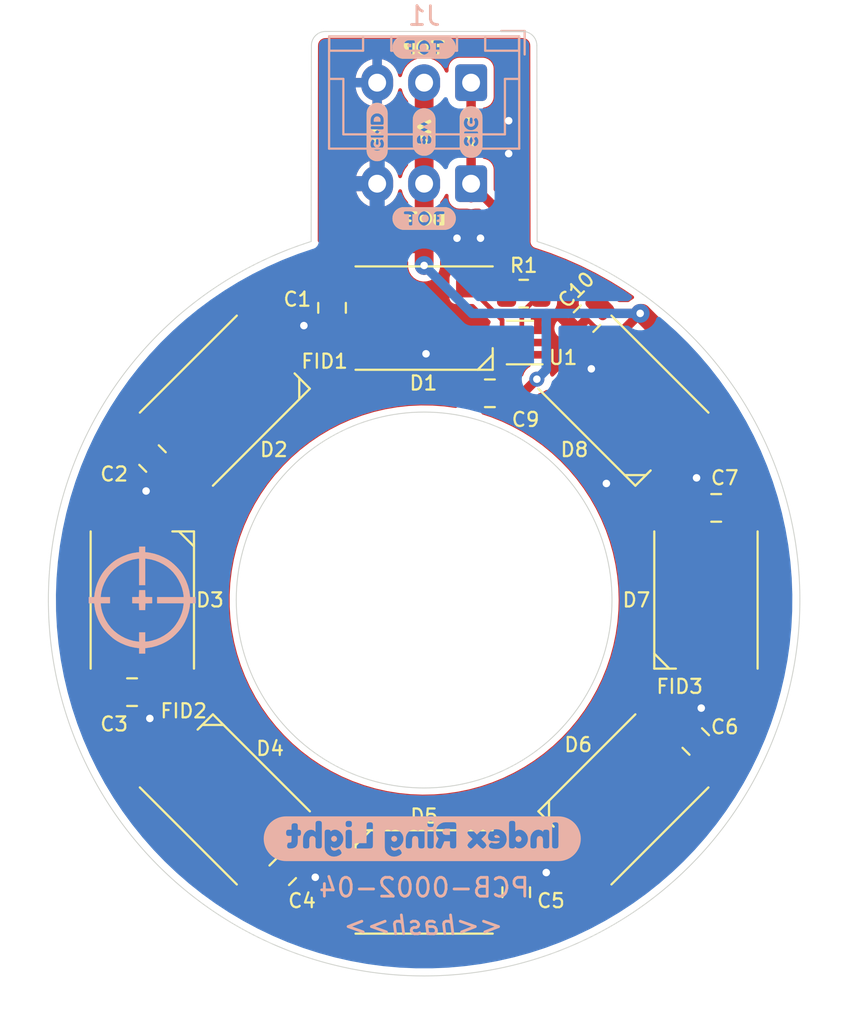
<source format=kicad_pcb>
(kicad_pcb (version 20211014) (generator pcbnew)
  (title_block (title "Index - Ring Light") (date "2021-09-14") (rev "04"))
  (layers (0 "F.Cu" signal) (31 "B.Cu" signal) (34 "B.Paste" user) (35 "F.Paste" user) (36 "B.SilkS" user "B.Silkscreen") (37 "F.SilkS" user "F.Silkscreen") (38 "B.Mask" user) (39 "F.Mask" user) (44 "Edge.Cuts" user))
  (net 0 "")
  (net 1 "Net-(D1-Pad2)")
  (net 2 "Net-(D2-Pad2)")
  (net 3 "Net-(D3-Pad2)")
  (net 4 "Net-(D4-Pad2)")
  (net 5 "Net-(D5-Pad2)")
  (net 6 "Net-(D6-Pad2)")
  (net 7 "Net-(D7-Pad2)")
  (net 9 "GND")
  (net 10 "+5V")
  (net 11 "Data_In_5V")
  (net 12 "Data_In_3V3")
  (net 13 "Net-(R1-Pad1)")
  (footprint "LED_SMD:LED_WS2812B_PLCC4_5.0x5.0mm_P3.2mm" (layer "F.Cu") (at 150 85)
    (fp_text reference "D1" (at -0.04 3.46) (layer "F.SilkS") (effects (font (size 0.75 0.75) (thickness 0.12))))
    (fp_text value "WS2812B")
    (pad "1" smd rect locked (at -2.45 -1.6) (size 1.5 1) (layers "F.Cu" "F.Paste" "F.Mask") (net 10 "+5V"))
    (pad "2" smd rect locked (at -2.45 1.6) (size 1.5 1) (layers "F.Cu" "F.Paste" "F.Mask") (net 1 "Net-(D1-Pad2)"))
    (pad "3" smd rect locked (at 2.45 1.6) (size 1.5 1) (layers "F.Cu" "F.Paste" "F.Mask") (net 9 "GND"))
    (pad "4" smd rect locked (at 2.45 -1.6) (size 1.5 1) (layers "F.Cu" "F.Paste" "F.Mask") (net 11 "Data_In_5V"))
  )
  (footprint "LED_SMD:LED_WS2812B_PLCC4_5.0x5.0mm_P3.2mm" (layer "F.Cu") (at 139.393399 89.393399 45)
    (fp_text reference "D2" (at 0 3.68629) (layer "F.SilkS") (effects (font (size 0.75 0.75) (thickness 0.12))))
    (fp_text value "WS2812B")
    (pad "1" smd rect locked (at -2.45 -1.6 45) (size 1.5 1) (layers "F.Cu" "F.Paste" "F.Mask") (net 10 "+5V"))
    (pad "2" smd rect locked (at -2.45 1.6 45) (size 1.5 1) (layers "F.Cu" "F.Paste" "F.Mask") (net 2 "Net-(D2-Pad2)"))
    (pad "3" smd rect locked (at 2.45 1.6 45) (size 1.5 1) (layers "F.Cu" "F.Paste" "F.Mask") (net 9 "GND"))
    (pad "4" smd rect locked (at 2.45 -1.6 45) (size 1.5 1) (layers "F.Cu" "F.Paste" "F.Mask") (net 1 "Net-(D1-Pad2)"))
  )
  (footprint "LED_SMD:LED_WS2812B_PLCC4_5.0x5.0mm_P3.2mm" (layer "F.Cu") (at 135 100 90)
    (fp_text reference "D3" (at 0 3.6) (layer "F.SilkS") (effects (font (size 0.75 0.75) (thickness 0.12))))
    (fp_text value "WS2812B")
    (pad "1" smd rect locked (at -2.45 -1.6 90) (size 1.5 1) (layers "F.Cu" "F.Paste" "F.Mask") (net 10 "+5V"))
    (pad "2" smd rect locked (at -2.45 1.6 90) (size 1.5 1) (layers "F.Cu" "F.Paste" "F.Mask") (net 3 "Net-(D3-Pad2)"))
    (pad "3" smd rect locked (at 2.45 1.6 90) (size 1.5 1) (layers "F.Cu" "F.Paste" "F.Mask") (net 9 "GND"))
    (pad "4" smd rect locked (at 2.45 -1.6 90) (size 1.5 1) (layers "F.Cu" "F.Paste" "F.Mask") (net 2 "Net-(D2-Pad2)"))
  )
  (footprint "LED_SMD:LED_WS2812B_PLCC4_5.0x5.0mm_P3.2mm" (layer "F.Cu") (at 139.393399 110.606601 135)
    (fp_text reference "D4" (at 0.212132 3.61558) (layer "F.SilkS") (effects (font (size 0.75 0.75) (thickness 0.12))))
    (fp_text value "WS2812B")
    (pad "1" smd rect locked (at -2.45 -1.6 135) (size 1.5 1) (layers "F.Cu" "F.Paste" "F.Mask") (net 10 "+5V"))
    (pad "2" smd rect locked (at -2.45 1.6 135) (size 1.5 1) (layers "F.Cu" "F.Paste" "F.Mask") (net 4 "Net-(D4-Pad2)"))
    (pad "3" smd rect locked (at 2.45 1.6 135) (size 1.5 1) (layers "F.Cu" "F.Paste" "F.Mask") (net 9 "GND"))
    (pad "4" smd rect locked (at 2.45 -1.6 135) (size 1.5 1) (layers "F.Cu" "F.Paste" "F.Mask") (net 3 "Net-(D3-Pad2)"))
  )
  (footprint "LED_SMD:LED_WS2812B_PLCC4_5.0x5.0mm_P3.2mm" (layer "F.Cu") (at 150 115 180)
    (fp_text reference "D5" (at 0 3.5 180) (layer "F.SilkS") (effects (font (size 0.75 0.75) (thickness 0.12))))
    (fp_text value "WS2812B")
    (pad "1" smd rect locked (at -2.45 -1.6 180) (size 1.5 1) (layers "F.Cu" "F.Paste" "F.Mask") (net 10 "+5V"))
    (pad "2" smd rect locked (at -2.45 1.6 180) (size 1.5 1) (layers "F.Cu" "F.Paste" "F.Mask") (net 5 "Net-(D5-Pad2)"))
    (pad "3" smd rect locked (at 2.45 1.6 180) (size 1.5 1) (layers "F.Cu" "F.Paste" "F.Mask") (net 9 "GND"))
    (pad "4" smd rect locked (at 2.45 -1.6 180) (size 1.5 1) (layers "F.Cu" "F.Paste" "F.Mask") (net 4 "Net-(D4-Pad2)"))
  )
  (footprint "LED_SMD:LED_WS2812B_PLCC4_5.0x5.0mm_P3.2mm" (layer "F.Cu") (at 160.606601 110.606601 -135)
    (fp_text reference "D6" (at -0.353553 3.757001) (layer "F.SilkS") (effects (font (size 0.75 0.75) (thickness 0.12))))
    (fp_text value "WS2812B")
    (pad "1" smd rect locked (at -2.45 -1.6 225) (size 1.5 1) (layers "F.Cu" "F.Paste" "F.Mask") (net 10 "+5V"))
    (pad "2" smd rect locked (at -2.45 1.6 225) (size 1.5 1) (layers "F.Cu" "F.Paste" "F.Mask") (net 6 "Net-(D6-Pad2)"))
    (pad "3" smd rect locked (at 2.45 1.6 225) (size 1.5 1) (layers "F.Cu" "F.Paste" "F.Mask") (net 9 "GND"))
    (pad "4" smd rect locked (at 2.45 -1.6 225) (size 1.5 1) (layers "F.Cu" "F.Paste" "F.Mask") (net 5 "Net-(D5-Pad2)"))
  )
  (footprint "LED_SMD:LED_WS2812B_PLCC4_5.0x5.0mm_P3.2mm" (layer "F.Cu") (at 165 100 -90)
    (fp_text reference "D7" (at 0 3.7 180) (layer "F.SilkS") (effects (font (size 0.75 0.75) (thickness 0.12))))
    (fp_text value "WS2812B")
    (pad "1" smd rect locked (at -2.45 -1.6 270) (size 1.5 1) (layers "F.Cu" "F.Paste" "F.Mask") (net 10 "+5V"))
    (pad "2" smd rect locked (at -2.45 1.6 270) (size 1.5 1) (layers "F.Cu" "F.Paste" "F.Mask") (net 7 "Net-(D7-Pad2)"))
    (pad "3" smd rect locked (at 2.45 1.6 270) (size 1.5 1) (layers "F.Cu" "F.Paste" "F.Mask") (net 9 "GND"))
    (pad "4" smd rect locked (at 2.45 -1.6 270) (size 1.5 1) (layers "F.Cu" "F.Paste" "F.Mask") (net 6 "Net-(D6-Pad2)"))
  )
  (footprint "LED_SMD:LED_WS2812B_PLCC4_5.0x5.0mm_P3.2mm" (layer "F.Cu") (at 160.606601 89.393399 -45)
    (fp_text reference "D8" (at 0 3.68629) (layer "F.SilkS") (effects (font (size 0.75 0.75) (thickness 0.12))))
    (fp_text value "WS2812B")
    (pad "1" smd rect locked (at -2.45 -1.6 315) (size 1.5 1) (layers "F.Cu" "F.Paste" "F.Mask") (net 10 "+5V"))
    (pad "2" smd rect locked (at -2.45 1.6 315) (size 1.5 1) (layers "F.Cu" "F.Paste" "F.Mask"))
    (pad "3" smd rect locked (at 2.45 1.6 315) (size 1.5 1) (layers "F.Cu" "F.Paste" "F.Mask") (net 9 "GND"))
    (pad "4" smd rect locked (at 2.45 -1.6 315) (size 1.5 1) (layers "F.Cu" "F.Paste" "F.Mask") (net 7 "Net-(D7-Pad2)"))
  )
  (footprint "Fiducial:Fiducial_1mm_Mask2mm" (layer "F.Cu") (at 145.75 89)
    (fp_text reference "FID1" (at -1.05 -1.7) (layer "F.SilkS") (effects (font (size 0.75 0.75) (thickness 0.12))))
    (fp_text value "Fiducial")
    (pad "" smd circle locked (at 0 0) (size 1 1) (layers "F.Cu" "F.Mask") (clearance 0.5))
  )
  (footprint "Fiducial:Fiducial_1mm_Mask2mm" (layer "F.Cu") (at 139.25 104.75)
    (fp_text reference "FID2" (at -2.05 1.15 180) (layer "F.SilkS") (effects (font (size 0.75 0.75) (thickness 0.12))))
    (fp_text value "Fiducial")
    (pad "" smd circle locked (at 0 0) (size 1 1) (layers "F.Cu" "F.Mask") (clearance 0.5))
  )
  (footprint "Fiducial:Fiducial_1mm_Mask2mm" (layer "F.Cu") (at 161 104.6)
    (fp_text reference "FID3" (at 2.6 0) (layer "F.SilkS") (effects (font (size 0.75 0.75) (thickness 0.12))))
    (fp_text value "Fiducial")
    (pad "" smd circle locked (at 0 0) (size 1 1) (layers "F.Cu" "F.Mask") (clearance 0.5))
  )
  (footprint "Capacitor_SMD:C_0805_2012Metric" (layer "F.Cu") (at 145.098496 84.454414 -90)
    (fp_text reference "C1" (at -0.454414 1.848496 180) (layer "F.SilkS") (effects (font (size 0.75 0.75) (thickness 0.12))))
    (fp_text value "100nF")
    (pad "1" smd roundrect locked (at -0.95 0 270) (size 1 1.45) (layers "F.Cu" "F.Paste" "F.Mask") (net 10 "+5V"))
    (pad "2" smd roundrect locked (at 0.95 0 270) (size 1 1.45) (layers "F.Cu" "F.Paste" "F.Mask") (net 9 "GND"))
  )
  (footprint "Capacitor_SMD:C_0805_2012Metric" (layer "F.Cu") (at 134.454414 104.901504)
    (fp_text reference "C3" (at -0.954414 1.698496) (layer "F.SilkS") (effects (font (size 0.75 0.75) (thickness 0.12))))
    (fp_text value "100nF")
    (pad "1" smd roundrect locked (at -0.95 0) (size 1 1.45) (layers "F.Cu" "F.Paste" "F.Mask") (net 10 "+5V"))
    (pad "2" smd roundrect locked (at 0.95 0) (size 1 1.45) (layers "F.Cu" "F.Paste" "F.Mask") (net 9 "GND"))
  )
  (footprint "Capacitor_SMD:C_0805_2012Metric" (layer "F.Cu") (at 154.901504 115.545586 90)
    (fp_text reference "C5" (at -0.454414 1.848496 180) (layer "F.SilkS") (effects (font (size 0.75 0.75) (thickness 0.12))))
    (fp_text value "100nF")
    (pad "1" smd roundrect locked (at -0.95 0 90) (size 1 1.45) (layers "F.Cu" "F.Paste" "F.Mask") (net 10 "+5V"))
    (pad "2" smd roundrect locked (at 0.95 0 90) (size 1 1.45) (layers "F.Cu" "F.Paste" "F.Mask") (net 9 "GND"))
  )
  (footprint "Capacitor_SMD:C_0805_2012Metric" (layer "F.Cu") (at 165.545586 95.098496 180)
    (fp_text reference "C7" (at -0.454414 1.598496 180) (layer "F.SilkS") (effects (font (size 0.75 0.75) (thickness 0.12))))
    (fp_text value "100nF")
    (pad "1" smd roundrect locked (at -0.95 0 180) (size 1 1.45) (layers "F.Cu" "F.Paste" "F.Mask") (net 10 "+5V"))
    (pad "2" smd roundrect locked (at 0.95 0 180) (size 1 1.45) (layers "F.Cu" "F.Paste" "F.Mask") (net 9 "GND"))
  )
  (footprint "Capacitor_SMD:C_0805_2012Metric" (layer "F.Cu") (at 164.458276 107.526502 135)
    (fp_text reference "C6" (at -0.541094 1.639233 180) (layer "F.SilkS") (effects (font (size 0.75 0.75) (thickness 0.12))))
    (fp_text value "100nF")
    (pad "1" smd roundrect locked (at -0.95 0 135) (size 1 1.45) (layers "F.Cu" "F.Paste" "F.Mask") (net 10 "+5V"))
    (pad "2" smd roundrect locked (at 0.949999 0 135) (size 1 1.45) (layers "F.Cu" "F.Paste" "F.Mask") (net 9 "GND"))
  )
  (footprint "Capacitor_SMD:C_0805_2012Metric" (layer "F.Cu") (at 135.541724 92.473498 -45)
    (fp_text reference "C2" (at -0.859292 2.028142) (layer "F.SilkS") (effects (font (size 0.75 0.75) (thickness 0.12))))
    (fp_text value "100nF")
    (pad "1" smd roundrect locked (at -0.95 0 315) (size 1 1.45) (layers "F.Cu" "F.Paste" "F.Mask") (net 10 "+5V"))
    (pad "2" smd roundrect locked (at 0.949999 0 315) (size 1 1.45) (layers "F.Cu" "F.Paste" "F.Mask") (net 9 "GND"))
  )
  (footprint "Capacitor_SMD:C_0805_2012Metric" (layer "F.Cu") (at 142.473498 114.458276 45)
    (fp_text reference "C4" (at -0.364317 1.81601 180) (layer "F.SilkS") (effects (font (size 0.75 0.75) (thickness 0.12))))
    (fp_text value "100nF")
    (pad "1" smd roundrect locked (at -0.95 0 45) (size 1 1.45) (layers "F.Cu" "F.Paste" "F.Mask") (net 10 "+5V"))
    (pad "2" smd roundrect locked (at 0.949999 0 45) (size 1 1.45) (layers "F.Cu" "F.Paste" "F.Mask") (net 9 "GND"))
  )
  (footprint "Connector_JST:JST_XH_S3B-XH-A-1_1x03_P2.50mm_Horizontal" (layer "F.Cu") (at 152.5 77.85 180)
    (fp_text reference "J2" hide)
    (fp_text value "Connector Horizontal")
    (pad "1" thru_hole roundrect locked (at 0 0 180) (size 1.7 1.95) (drill 0.95) (layers *.Cu *.Mask) (roundrect_rratio 0.1470588235) (net 12 "Data_In_3V3"))
    (pad "2" thru_hole oval locked (at 2.5 0 180) (size 1.7 1.95) (drill 0.95) (layers *.Cu *.Mask) (net 10 "+5V"))
    (pad "3" thru_hole oval locked (at 5 0 180) (size 1.7 1.95) (drill 0.95) (layers *.Cu *.Mask) (net 9 "GND"))
  )
  (footprint "Resistor_SMD:R_0805_2012Metric" (layer "F.Cu") (at 155.3 83.7 180)
    (fp_text reference "R1" (at 0 1.5) (layer "F.SilkS") (effects (font (size 0.75 0.75) (thickness 0.12))))
    (fp_text value "330R")
    (pad "1" smd roundrect locked (at -0.9125 0 180) (size 1.025 1.4) (layers "F.Cu" "F.Paste" "F.Mask") (roundrect_rratio 0.2439014634) (net 13 "Net-(R1-Pad1)"))
    (pad "2" smd roundrect locked (at 0.9125 0 180) (size 1.025 1.4) (layers "F.Cu" "F.Paste" "F.Mask") (roundrect_rratio 0.2439014634) (net 12 "Data_In_3V3"))
  )
  (footprint "Package_TO_SOT_SMD:SOT-353_SC-70-5" (layer "F.Cu") (at 155.1 86.3 180)
    (fp_text reference "U1" (at -2.3 -0.8) (layer "F.SilkS") (effects (font (size 0.75 0.75) (thickness 0.12))))
    (fp_text value "74AHCT1G32")
    (pad "1" smd rect (at -0.95 -0.65 180) (size 0.65 0.4) (layers "F.Cu" "F.Paste" "F.Mask") (net 9 "GND"))
    (pad "2" smd rect (at -0.95 0 180) (size 0.65 0.4) (layers "F.Cu" "F.Paste" "F.Mask") (net 13 "Net-(R1-Pad1)"))
    (pad "3" smd rect (at -0.95 0.65 180) (size 0.65 0.4) (layers "F.Cu" "F.Paste" "F.Mask") (net 9 "GND"))
    (pad "4" smd rect (at 0.95 0.65 180) (size 0.65 0.4) (layers "F.Cu" "F.Paste" "F.Mask") (net 11 "Data_In_5V"))
    (pad "5" smd rect (at 0.95 -0.65 180) (size 0.65 0.4) (layers "F.Cu" "F.Paste" "F.Mask") (net 10 "+5V"))
  )
  (footprint "Capacitor_SMD:C_0805_2012Metric" (layer "F.Cu") (at 158.671751 85.028249 -135)
    (fp_text reference "C10" (at -0.676346 1.484924 45) (layer "F.SilkS") (effects (font (size 0.75 0.75) (thickness 0.12))))
    (fp_text value "100nF")
    (pad "1" smd roundrect locked (at -0.95 0 225) (size 1 1.45) (layers "F.Cu" "F.Paste" "F.Mask") (net 10 "+5V"))
    (pad "2" smd roundrect locked (at 0.95 0 225) (size 1 1.45) (layers "F.Cu" "F.Paste" "F.Mask") (net 9 "GND"))
  )
  (footprint "kibuzzard-61F2BC9E" (layer "F.Cu") (at 152.5 75.1 90)
    (fp_text reference "kibuzzard-61F2BC9E" hide)
    (fp_text value "G***" hide)
  )
  (footprint "kibuzzard-61F2BC96" (layer "F.Cu") (at 150 75.1 90)
    (fp_text reference "kibuzzard-61F2BC96" hide)
    (fp_text value "G***" hide)
  )
  (footprint "kibuzzard-61F2BC8D" (layer "F.Cu") (at 147.5 75.1 90)
    (fp_text reference "kibuzzard-61F2BC8D" hide)
    (fp_text value "G***" hide)
  )
  (footprint "Capacitor_SMD:C_0805_2012Metric" (layer "F.Cu") (at 153.5 89 180)
    (fp_text reference "C9" (at -1.9 -1.4 180) (layer "F.SilkS") (effects (font (size 0.75 0.75) (thickness 0.12))))
    (fp_text value "100nF")
    (pad "1" smd roundrect (at -0.95 0 180) (size 1 1.45) (layers "F.Cu" "F.Paste" "F.Mask") (net 10 "+5V"))
    (pad "2" smd roundrect (at 0.95 0 180) (size 1 1.45) (layers "F.Cu" "F.Paste" "F.Mask") (net 9 "GND"))
  )
  (footprint "kibuzzard-61F2BF4A" (layer "F.Cu") (at 150 79.7)
    (fp_text reference "kibuzzard-61F2BF4A" hide)
    (fp_text value "G***" hide)
  )
  (footprint "kibuzzard-61F2BEFE" (layer "F.Cu") (at 150 70.6)
    (fp_text reference "kibuzzard-61F2BEFE" hide)
    (fp_text value "G***" hide)
  )
  (footprint "index:logo" (layer "B.Cu") (at 135 100 180)
    (fp_text reference "LOGO" hide)
    (fp_text value "LOGO" hide)
  )
  (footprint "Connector_JST:JST_XH_B3B-XH-A_1x03_P2.50mm_Vertical" (layer "B.Cu") (at 152.5 72.475 180)
    (fp_text reference "J1" (at 2.5 3.55) (layer "B.SilkS") (effects (justify mirror)))
    (fp_text value "Connector Vertical")
    (pad "1" thru_hole roundrect (at 0 0 180) (size 1.7 1.95) (drill 0.95) (layers *.Cu *.Mask) (roundrect_rratio 0.147059) (net 12 "Data_In_3V3"))
    (pad "2" thru_hole oval (at 2.5 0 180) (size 1.7 1.95) (drill 0.95) (layers *.Cu *.Mask) (net 10 "+5V"))
    (pad "3" thru_hole oval (at 5 0 180) (size 1.7 1.95) (drill 0.95) (layers *.Cu *.Mask) (net 9 "GND"))
  )
  (footprint "label" (layer "B.Cu") (at 149.9 112.7 180)
    (fp_text reference "svg2mod" hide)
    (fp_text value "n/a" hide)
  )
  (footprint "kibuzzard-61F2BC8D" (layer "B.Cu") (at 147.5 75.1 90)
    (fp_text reference "kibuzzard-61F2BC8D" hide)
    (fp_text value "G***" hide)
  )
  (footprint "kibuzzard-61F2BC9E" (layer "B.Cu") (at 152.5 75.1 90)
    (fp_text reference "kibuzzard-61F2BC9E" hide)
    (fp_text value "G***" hide)
  )
  (footprint "kibuzzard-61F2BF3C" (layer "B.Cu") (at 150 79.7 180)
    (fp_text reference "kibuzzard-61F2BF3C" hide)
    (fp_text value "G***" hide)
  )
  (footprint "kibuzzard-61F2BC96" (layer "B.Cu") (at 150 75.1 90)
    (fp_text reference "kibuzzard-61F2BC96" hide)
    (fp_text value "G***" hide)
  )
  (footprint "kibuzzard-61F2BF10" (layer "B.Cu") (at 150 70.6 180)
    (fp_text reference "kibuzzard-61F2BF10" hide)
    (fp_text value "G***" hide)
  )
  (gr_line (start 144.75 69.75) (end 155.25 69.75) (layer "Edge.Cuts") (width 0.05))
  (gr_arc (start 144 70.5) (mid 144.21967 69.96967) (end 144.75 69.75) (layer "Edge.Cuts") (width 0.05))
  (gr_line (start 156 70.5) (end 156.014116 80.925661) (layer "Edge.Cuts") (width 0.05))
  (gr_line (start 143.985884 80.925661) (end 144 70.5) (layer "Edge.Cuts") (width 0.05))
  (gr_arc (start 155.25 69.75) (mid 155.78033 69.96967) (end 156 70.5) (layer "Edge.Cuts") (width 0.05))
  (gr_circle (center 150 100) (end 160 100) (layer "Edge.Cuts") (width 0.05) (fill none))
  (gr_arc (start 156.014116 80.925661) (mid 150 120) (end 143.985884 80.925661) (layer "Edge.Cuts") (width 0.05))
  (gr_text "PCB-0002-04" (at 150 115.3) (layer "B.SilkS") (effects (font (size 1 1)) (justify mirror)))
  (gr_text "<<hash>>" (at 150 117.3) (layer "B.SilkS") (effects (font (size 1 1) (thickness 0.15) italic) (justify mirror)))
  (segment (start 140.064823 86.6) (end 139.99444 86.529617) (width 0.3) (layer "F.Cu") (net 1))
  (segment (start 147.55 86.6) (end 140.064823 86.6) (width 0.3) (layer "F.Cu") (net 1))
  (segment (start 138.792358 92.257181) (end 138.792358 92.307642) (width 0.3) (layer "F.Cu") (net 2))
  (segment (start 138.792358 92.307642) (end 133.55 97.55) (width 0.3) (layer "F.Cu") (net 2))
  (segment (start 133.55 97.55) (end 133.4 97.55) (width 0.3) (layer "F.Cu") (net 2))
  (segment (start 136.6 109.935177) (end 136.529617 110.00556) (width 0.3) (layer "F.Cu") (net 3))
  (segment (start 136.6 102.45) (end 136.6 109.935177) (width 0.3) (layer "F.Cu") (net 3))
  (segment (start 142.257181 111.207642) (end 142.457642 111.207642) (width 0.3) (layer "F.Cu") (net 4))
  (segment (start 142.457642 111.207642) (end 147.55 116.3) (width 0.3) (layer "F.Cu") (net 4))
  (segment (start 147.55 116.3) (end 147.55 116.6) (width 0.3) (layer "F.Cu") (net 4))
  (segment (start 152.45 113.4) (end 159.935177 113.4) (width 0.3) (layer "F.Cu") (net 5))
  (segment (start 159.935177 113.4) (end 160.00556 113.470383) (width 0.3) (layer "F.Cu") (net 5))
  (segment (start 161.307181 107.742819) (end 166.6 102.45) (width 0.3) (layer "F.Cu") (net 6))
  (segment (start 161.207642 107.742819) (end 161.307181 107.742819) (width 0.3) (layer "F.Cu") (net 6))
  (segment (start 163.4 90.064823) (end 163.470383 89.99444) (width 0.3) (layer "F.Cu") (net 7))
  (segment (start 163.4 97.55) (end 163.4 90.064823) (width 0.3) (layer "F.Cu") (net 7))
  (segment (start 154.901504 114.595586) (end 156.404414 114.595586) (width 1) (layer "F.Cu") (net 9))
  (segment (start 157.742819 111.207642) (end 160.042358 111.207642) (width 0.5) (layer "F.Cu") (net 9))
  (segment (start 151.254414 85.404414) (end 145.098496 85.404414) (width 0.5) (layer "F.Cu") (net 9))
  (segment (start 135.2 94.158724) (end 135.2 94.2) (width 1) (layer "F.Cu") (net 9))
  (segment (start 136.6 97.55) (end 135.404414 98.745586) (width 0.5) (layer "F.Cu") (net 9))
  (segment (start 160.042358 111.207642) (end 163.786525 107.463475) (width 0.5) (layer "F.Cu") (net 9))
  (segment (start 152.45 86.6) (end 151.254414 85.404414) (width 0.5) (layer "F.Cu") (net 9))
  (segment (start 145.098496 85.404414) (end 143.604414 85.404414) (width 1) (layer "F.Cu") (net 9))
  (segment (start 161.207642 92.257181) (end 159.7 93.8) (width 0.25) (layer "F.Cu") (net 9))
  (segment (start 135.404414 106.295586) (end 135.4 106.3) (width 1) (layer "F.Cu") (net 9))
  (segment (start 148.745586 114.595586) (end 154.901504 114.595586) (width 0.5) (layer "F.Cu") (net 9))
  (segment (start 135.404414 104.901504) (end 135.404414 106.295586) (width 1) (layer "F.Cu") (net 9))
  (segment (start 164.595586 95.098496) (end 164.595586 93.595586) (width 1) (layer "F.Cu") (net 9))
  (segment (start 143.604414 85.404414) (end 143.6 85.4) (width 1) (layer "F.Cu") (net 9))
  (segment (start 140.566366 88.792358) (end 136.213475 93.145249) (width 0.5) (layer "F.Cu") (net 9))
  (segment (start 144.205909 114.75) (end 144.108724 114.75) (width 1) (layer "F.Cu") (net 9))
  (segment (start 164.595586 93.595586) (end 164.5 93.5) (width 1) (layer "F.Cu") (net 9))
  (segment (start 163.786525 107.463475) (end 163.786525 106.854751) (width 0.5) (layer "F.Cu") (net 9))
  (segment (start 144.108724 114.75) (end 143.145249 113.786525) (width 1) (layer "F.Cu") (net 9))
  (segment (start 142.257181 88.792358) (end 140.566366 88.792358) (width 0.5) (layer "F.Cu") (net 9))
  (segment (start 136.213475 93.145249) (end 135.2 94.158724) (width 1) (layer "F.Cu") (net 9))
  (segment (start 135.404414 98.745586) (end 135.404414 104.901504) (width 0.5) (layer "F.Cu") (net 9))
  (segment (start 163.786525 106.854751) (end 164.75 105.891276) (width 1) (layer "F.Cu") (net 9))
  (segment (start 138.792358 107.742819) (end 138.792358 109.433634) (width 0.5) (layer "F.Cu") (net 9))
  (segment (start 156.404414 114.595586) (end 156.5 114.5) (width 1) (layer "F.Cu") (net 9))
  (segment (start 138.792358 109.433634) (end 143.145249 113.786525) (width 0.5) (layer "F.Cu") (net 9))
  (segment (start 164.75 105.891276) (end 164.75 105.75) (width 1) (layer "F.Cu") (net 9))
  (segment (start 147.55 113.4) (end 148.745586 114.595586) (width 0.5) (layer "F.Cu") (net 9))
  (via (at 164.5 93.5) (size 1) (drill 0.4) (layers "F.Cu" "B.Cu") (net 9))
  (via (at 156.5 114.5) (size 1) (drill 0.4) (layers "F.Cu" "B.Cu") (net 9))
  (via (at 135.4 106.3) (size 1) (drill 0.4) (layers "F.Cu" "B.Cu") (net 9))
  (via (at 164.75 105.75) (size 1) (drill 0.4) (layers "F.Cu" "B.Cu") (net 9))
  (via (at 144.205909 114.75) (size 1) (drill 0.4) (layers "F.Cu" "B.Cu") (net 9))
  (via (at 159.7 93.8) (size 1) (drill 0.4) (layers "F.Cu" "B.Cu") (net 9))
  (via (at 158.9 87.7) (size 1) (drill 0.4) (layers "F.Cu" "B.Cu") (net 9))
  (via (at 143.6 85.4) (size 1) (drill 0.4) (layers "F.Cu" "B.Cu") (net 9))
  (via (at 135.2 94.2) (size 1) (drill 0.4) (layers "F.Cu" "B.Cu") (net 9))
  (via (at 151.75 80.75) (size 0.8) (drill 0.4) (layers "F.Cu" "B.Cu") (net 9))
  (via (at 154.5 74.5) (size 0.8) (drill 0.4) (layers "F.Cu" "B.Cu") (net 9))
  (via (at 150.1 86.9) (size 1) (drill 0.4) (layers "F.Cu" "B.Cu") (net 9))
  (via (at 153 80.75) (size 0.8) (drill 0.4) (layers "F.Cu" "B.Cu") (net 9))
  (via (at 154.5 76.25) (size 0.8) (drill 0.4) (layers "F.Cu" "B.Cu") (net 9))
  (segment (start 168.070074 105.871323) (end 168.766078 102.972255) (width 1) (layer "F.Cu") (net 10))
  (segment (start 168.766078 102.972255) (end 169 100) (width 1) (layer "F.Cu") (net 10))
  (segment (start 169 100) (end 168.766078 97.027745) (width 1) (layer "F.Cu") (net 10))
  (segment (start 166.929124 108.625819) (end 168.070074 105.871323) (width 1) (layer "F.Cu") (net 10))
  (segment (start 152.972255 118.766078) (end 155.871323 118.070074) (width 1) (layer "F.Cu") (net 10))
  (segment (start 155.871323 118.070074) (end 158.625819 116.929124) (width 1) (layer "F.Cu") (net 10))
  (segment (start 158.625819 116.929124) (end 161.16792 115.371323) (width 1) (layer "F.Cu") (net 10))
  (segment (start 161.16792 115.371323) (end 163.435029 113.435029) (width 1) (layer "F.Cu") (net 10))
  (segment (start 163.435029 113.435029) (end 165.371323 111.16792) (width 1) (layer "F.Cu") (net 10))
  (segment (start 150 119) (end 152.972255 118.766078) (width 1) (layer "F.Cu") (net 10))
  (segment (start 168.766078 97.027745) (end 168.070074 94.128677) (width 1) (layer "F.Cu") (net 10))
  (segment (start 138.83208 115.371323) (end 141.374181 116.929124) (width 1) (layer "F.Cu") (net 10))
  (segment (start 134.628677 111.16792) (end 136.564971 113.435029) (width 1) (layer "F.Cu") (net 10))
  (segment (start 131.233922 102.972255) (end 131.929926 105.871323) (width 1) (layer "F.Cu") (net 10))
  (segment (start 147.027745 118.766078) (end 150 119) (width 1) (layer "F.Cu") (net 10))
  (segment (start 133.070876 108.625819) (end 134.628677 111.16792) (width 1) (layer "F.Cu") (net 10))
  (segment (start 136.564971 113.435029) (end 138.83208 115.371323) (width 1) (layer "F.Cu") (net 10))
  (segment (start 141.374181 116.929124) (end 144.128677 118.070074) (width 1) (layer "F.Cu") (net 10))
  (segment (start 131 100) (end 131.233922 102.972255) (width 1) (layer "F.Cu") (net 10))
  (segment (start 131.929926 105.871323) (end 133.070876 108.625819) (width 1) (layer "F.Cu") (net 10))
  (segment (start 144.128677 118.070074) (end 147.027745 118.766078) (width 1) (layer "F.Cu") (net 10))
  (segment (start 134.628677 88.83208) (end 133.070876 91.374181) (width 1) (layer "F.Cu") (net 10))
  (segment (start 144.128677 81.929926) (end 141.374181 83.070876) (width 1) (layer "F.Cu") (net 10))
  (segment (start 138.83208 84.628677) (end 136.564971 86.564971) (width 1) (layer "F.Cu") (net 10))
  (segment (start 136.564971 86.564971) (end 134.628677 88.83208) (width 1) (layer "F.Cu") (net 10))
  (segment (start 131.929926 94.128677) (end 131.233922 97.027745) (width 1) (layer "F.Cu") (net 10))
  (segment (start 141.374181 83.070876) (end 138.83208 84.628677) (width 1) (layer "F.Cu") (net 10))
  (segment (start 133.070876 91.374181) (end 131.929926 94.128677) (width 1) (layer "F.Cu") (net 10))
  (segment (start 131.233922 97.027745) (end 131 100) (width 1) (layer "F.Cu") (net 10))
  (segment (start 150 81) (end 147.027745 81.233922) (width 1) (layer "F.Cu") (net 10))
  (segment (start 147.027745 81.233922) (end 144.128677 81.929926) (width 1) (layer "F.Cu") (net 10))
  (segment (start 150 81) (end 150 82.2) (width 1) (layer "F.Cu") (net 10))
  (segment (start 154.901504 116.495586) (end 152.554414 116.495586) (width 0.5) (layer "F.Cu") (net 10))
  (segment (start 166.929124 108.625819) (end 165.592614 107.944834) (width 0.4) (layer "F.Cu") (net 10))
  (segment (start 163.435029 86.564971) (end 165.371323 88.83208) (width 1) (layer "F.Cu") (net 10))
  (segment (start 166.495586 95.098496) (end 166.495586 94.740106) (width 0.4) (layer "F.Cu") (net 10))
  (segment (start 141.374181 116.929124) (end 142.055166 115.592614) (width 0.4) (layer "F.Cu") (net 10))
  (segment (start 155.259894 116.495586) (end 155.407797 116.643489) (width 0.4) (layer "F.Cu") (net 10))
  (segment (start 156 88.25) (end 155.25 89) (width 0.5) (layer "F.Cu") (net 10))
  (segment (start 145.098496 83.504414) (end 147.445586 83.504414) (width 0.5) (layer "F.Cu") (net 10))
  (segment (start 160.037004 84.75) (end 159.443502 84.156498) (width 0.5) (layer "F.Cu") (net 10))
  (segment (start 166.6 97.55) (end 166.495586 97.445586) (width 0.5) (layer "F.Cu") (net 10))
  (segment (start 144.740106 83.504414) (end 144.592203 83.356511) (width 0.4) (layer "F.Cu") (net 10))
  (segment (start 165.383446 107.944834) (end 165.592614 107.944834) (width 0.4) (layer "F.Cu") (net 10))
  (segment (start 147.445586 83.504414) (end 147.55 83.4) (width 0.5) (layer "F.Cu") (net 10))
  (segment (start 133.504414 102.554414) (end 133.4 102.45) (width 0.5) (layer "F.Cu") (net 10))
  (segment (start 133.504414 104.901504) (end 133.504414 102.554414) (width 0.5) (layer "F.Cu") (net 10))
  (segment (start 161.583234 84.75) (end 162.713482 85.880248) (width 1) (layer "F.Cu") (net 10))
  (segment (start 160.00556 86.529617) (end 160.00556 86.24444) (width 0.5) (layer "F.Cu") (net 10))
  (segment (start 133.070876 91.374181) (end 134.407386 92.055166) (width 0.4) (layer "F.Cu") (net 10))
  (segment (start 133.504414 104.901504) (end 133.504414 105.259894) (width 0.4) (layer "F.Cu") (net 10))
  (segment (start 152.554414 116.495586) (end 152.45 116.6) (width 0.5) (layer "F.Cu") (net 10))
  (segment (start 166.929124 91.374181) (end 168.070074 94.128677) (width 1) (layer "F.Cu") (net 10))
  (segment (start 160.00556 86.24444) (end 161.5 84.75) (width 0.5) (layer "F.Cu") (net 10))
  (segment (start 140.142103 113.470383) (end 139.99444 113.470383) (width 0.5) (layer "F.Cu") (net 10))
  (segment (start 131.929926 105.871323) (end 133.356511 105.407797) (width 0.4) (layer "F.Cu") (net 10))
  (segment (start 163.470383 109.857897) (end 163.470383 110.00556) (width 0.5) (layer "F.Cu") (net 10))
  (segment (start 166.643489 94.592203) (end 168.070074 94.128677) (width 0.4) (layer "F.Cu") (net 10))
  (segment (start 154.15 88.7) (end 154.45 89) (width 0.5) (layer "F.Cu") (net 10))
  (segment (start 161.5 84.75) (end 161.583234 84.75) (width 1) (layer "F.Cu") (net 10))
  (segment (start 134.869973 91.801747) (end 136.529617 90.142103) (width 0.5) (layer "F.Cu") (net 10))
  (segment (start 150 81) (end 150 78.6) (width 1) (layer "F.Cu") (net 10))
  (segment (start 150 72.5) (end 150 78.6) (width 1) (layer "F.Cu") (net 10))
  (segment (start 165.371323 88.83208) (end 166.929124 91.374181) (width 1) (layer "F.Cu") (net 10))
  (segment (start 161.5 84.75) (end 160.037004 84.75) (width 0.5) (layer "F.Cu") (net 10))
  (segment (start 162.713482 85.880248) (end 163.435029 86.564971) (width 1) (layer "F.Cu") (net 10))
  (segment (start 134.869973 91.801747) (end 134.616554 92.055166) (width 0.4) (layer "F.Cu") (net 10))
  (segment (start 166.495586 94.740106) (end 166.643489 94.592203) (width 0.4) (layer "F.Cu") (net 10))
  (segment (start 141.801747 115.130027) (end 142.055166 115.383446) (width 0.4) (layer "F.Cu") (net 10))
  (segment (start 142.055166 115.383446) (end 142.055166 115.592614) (width 0.4) (layer "F.Cu") (net 10))
  (segment (start 165.130027 108.198253) (end 165.383446 107.944834) (width 0.4) (layer "F.Cu") (net 10))
  (segment (start 136.529617 90.142103) (end 136.529617 89.99444) (width 0.5) (layer "F.Cu") (net 10))
  (segment (start 144.128677 81.929926) (end 144.592203 83.356511) (width 0.4) (layer "F.Cu") (net 10))
  (segment (start 133.504414 105.259894) (end 133.356511 105.407797) (width 0.4) (layer "F.Cu") (net 10))
  (segment (start 155.25 89) (end 154.45 89) (width 0.5) (layer "F.Cu") (net 10))
  (segment (start 165.371323 111.16792) (end 166.929124 108.625819) (width 1) (layer "F.Cu") (net 10))
  (segment (start 134.616554 92.055166) (end 134.407386 92.055166) (width 0.4) (layer "F.Cu") (net 10))
  (segment (start 154.15 86.95) (end 154.15 88.7) (width 0.5) (layer "F.Cu") (net 10))
  (segment (start 141.801747 115.130027) (end 140.142103 113.470383) (width 0.5) (layer "F.Cu") (net 10))
  (segment (start 155.407797 116.643489) (end 155.871323 118.070074) (width 0.4) (layer "F.Cu") (net 10))
  (segment (start 145.098496 83.504414) (end 144.740106 83.504414) (width 0.4) (layer "F.Cu") (net 10))
  (segment (start 165.130027 108.198253) (end 163.470383 109.857897) (width 0.5) (layer "F.Cu") (net 10))
  (segment (start 154.901504 116.495586) (end 155.259894 116.495586) (width 0.4) (layer "F.Cu") (net 10))
  (segment (start 166.495586 97.445586) (end 166.495586 95.098496) (width 0.5) (layer "F.Cu") (net 10))
  (via (at 150 82.2) (size 1) (drill 0.4) (layers "F.Cu" "B.Cu") (net 10))
  (via (at 161.5 84.75) (size 1) (drill 0.4) (layers "F.Cu" "B.Cu") (net 10))
  (via (at 156 88.25) (size 0.8) (drill 0.4) (layers "F.Cu" "B.Cu") (net 10))
  (segment (start 156 88.25) (end 156.5 87.75) (width 0.5) (layer "B.Cu") (net 10))
  (segment (start 152.55 84.75) (end 150 82.2) (width 0.5) (layer "B.Cu") (net 10))
  (segment (start 161.5 84.75) (end 156.5 84.75) (width 0.5) (layer "B.Cu") (net 10))
  (segment (start 156.5 84.75) (end 152.55 84.75) (width 0.5) (layer "B.Cu") (net 10))
  (segment (start 156.5 87.75) (end 156.5 84.75) (width 0.5) (layer "B.Cu") (net 10))
  (segment (start 154.15 85.1) (end 154.15 85.65) (width 0.25) (layer "F.Cu") (net 11))
  (segment (start 152.45 83.4) (end 154.15 85.1) (width 0.25) (layer "F.Cu") (net 11))
  (segment (start 152.5 72.475) (end 152.5 78.6) (width 0.5) (layer "F.Cu") (net 12))
  (segment (start 154.3875 83.7) (end 154.3875 79.7375) (width 0.5) (layer "F.Cu") (net 12))
  (segment (start 154.3875 79.7375) (end 152.5 77.85) (width 0.5) (layer "F.Cu") (net 12))
  (segment (start 155.6 86.3) (end 155.2 85.9) (width 0.25) (layer "F.Cu") (net 13))
  (segment (start 155.2 85.9) (end 155.2 84.7125) (width 0.25) (layer "F.Cu") (net 13))
  (segment (start 156.05 86.3) (end 155.6 86.3) (width 0.25) (layer "F.Cu") (net 13))
  (segment (start 155.2 84.7125) (end 156.2125 83.7) (width 0.25) (layer "F.Cu") (net 13))
  (zone (net 9) (net_name "GND") (layer "F.Cu") (connect_pads (clearance 0.35)) (min_thickness 0.2) (fill yes (thermal_gap 0.3) (thermal_bridge_width 0.5))
    (polygon (pts (xy 156.014116 80.925661) (xy 156.18034 80.97887) (xy 157.167359 81.328391) (xy 158.134733 81.729091) (xy 159.07981 82.17987) (xy 160 82.679492) (xy 160.892781 83.226589) (xy 161.755705 83.81966) (xy 162.586408 84.457081) (xy 163.382612 85.137103) (xy 164.142136 85.857864) (xy 164.862897 86.617388) (xy 165.542919 87.413592) (xy 166.18034 88.244295) (xy 166.773411 89.107219) (xy 167.320508 90) (xy 167.82013 90.92019) (xy 168.270909 91.865267) (xy 168.671609 92.832641) (xy 169.02113 93.81966) (xy 169.318517 94.823619) (xy 169.562952 95.841766) (xy 169.753767 96.871311) (xy 169.890438 97.909431) (xy 169.972591 98.953281) (xy 170 100) (xy 169.972591 101.046719) (xy 169.890438 102.090569) (xy 169.753767 103.128689) (xy 169.562952 104.158234) (xy 169.318517 105.176381) (xy 169.02113 106.18034) (xy 168.671609 107.167359) (xy 168.270909 108.134733) (xy 167.82013 109.07981) (xy 167.320508 110) (xy 166.773411 110.892781) (xy 166.18034 111.755705) (xy 165.542919 112.586408) (xy 164.862897 113.382612) (xy 164.142136 114.142136) (xy 163.382612 114.862897) (xy 162.586408 115.542919) (xy 161.755705 116.18034) (xy 160.892781 116.773411) (xy 160 117.320508) (xy 159.07981 117.82013) (xy 158.134733 118.270909) (xy 157.167359 118.671609) (xy 156.18034 119.02113) (xy 155.176381 119.318517) (xy 154.158234 119.562952) (xy 153.128689 119.753767) (xy 152.090569 119.890438) (xy 151.046719 119.972591) (xy 150 120) (xy 148.953281 119.972591) (xy 147.909431 119.890438) (xy 146.871311 119.753767) (xy 145.841766 119.562952) (xy 144.823619 119.318517) (xy 143.81966 119.02113) (xy 142.832641 118.671609) (xy 141.865267 118.270909) (xy 140.92019 117.82013) (xy 140 117.320508) (xy 139.107219 116.773411) (xy 138.244295 116.18034) (xy 137.413592 115.542919) (xy 136.617388 114.862897) (xy 135.857864 114.142136) (xy 135.137103 113.382612) (xy 134.457081 112.586408) (xy 133.81966 111.755705) (xy 133.226589 110.892781) (xy 132.679492 110) (xy 132.17987 109.07981) (xy 131.729091 108.134733) (xy 131.328391 107.167359) (xy 130.97887 106.18034) (xy 130.681483 105.176381) (xy 130.437048 104.158234) (xy 130.246233 103.128689) (xy 130.109562 102.090569) (xy 130.027409 101.046719) (xy 130 100) (xy 130.027409 98.953281) (xy 130.109562 97.909431) (xy 130.246233 96.871311) (xy 130.437048 95.841766) (xy 130.681483 94.823619) (xy 130.97887 93.81966) (xy 131.328391 92.832641) (xy 131.729091 91.865267) (xy 132.17987 90.92019) (xy 132.679492 90) (xy 133.226589 89.107219) (xy 133.81966 88.244295) (xy 134.457081 87.413592) (xy 135.137103 86.617388) (xy 135.857864 85.857864) (xy 136.617388 85.137103) (xy 137.413592 84.457081) (xy 138.244295 83.81966) (xy 139.107219 83.226589) (xy 140 82.679492) (xy 140.92019 82.17987) (xy 141.865267 81.729091) (xy 142.832641 81.328391) (xy 143.81966 80.97887) (xy 143.985884 80.925661) (xy 144 70) (xy 156.014116 70)))
  )
  (zone (net 9) (net_name "GND") (layer "B.Cu") (connect_pads (clearance 0.4)) (min_thickness 0.25) (fill yes (thermal_gap 0.3) (thermal_bridge_width 0.5))
    (polygon (pts (xy 156.014116 80.925661) (xy 156.18034 80.97887) (xy 157.167359 81.328391) (xy 158.134733 81.729091) (xy 159.07981 82.17987) (xy 160 82.679492) (xy 160.892781 83.226589) (xy 161.755705 83.81966) (xy 162.586408 84.457081) (xy 163.382612 85.137103) (xy 164.142136 85.857864) (xy 164.862897 86.617388) (xy 165.542919 87.413592) (xy 166.18034 88.244295) (xy 166.773411 89.107219) (xy 167.320508 90) (xy 167.82013 90.92019) (xy 168.270909 91.865267) (xy 168.671609 92.832641) (xy 169.02113 93.81966) (xy 169.318517 94.823619) (xy 169.562952 95.841766) (xy 169.753767 96.871311) (xy 169.890438 97.909431) (xy 169.972591 98.953281) (xy 170 100) (xy 169.972591 101.046719) (xy 169.890438 102.090569) (xy 169.753767 103.128689) (xy 169.562952 104.158234) (xy 169.318517 105.176381) (xy 169.02113 106.18034) (xy 168.671609 107.167359) (xy 168.270909 108.134733) (xy 167.82013 109.07981) (xy 167.320508 110) (xy 166.773411 110.892781) (xy 166.18034 111.755705) (xy 165.542919 112.586408) (xy 164.862897 113.382612) (xy 164.142136 114.142136) (xy 163.382612 114.862897) (xy 162.586408 115.542919) (xy 161.755705 116.18034) (xy 160.892781 116.773411) (xy 160 117.320508) (xy 159.07981 117.82013) (xy 158.134733 118.270909) (xy 157.167359 118.671609) (xy 156.18034 119.02113) (xy 155.176381 119.318517) (xy 154.158234 119.562952) (xy 153.128689 119.753767) (xy 152.090569 119.890438) (xy 151.046719 119.972591) (xy 150 120) (xy 148.953281 119.972591) (xy 147.909431 119.890438) (xy 146.871311 119.753767) (xy 145.841766 119.562952) (xy 144.823619 119.318517) (xy 143.81966 119.02113) (xy 142.832641 118.671609) (xy 141.865267 118.270909) (xy 140.92019 117.82013) (xy 140 117.320508) (xy 139.107219 116.773411) (xy 138.244295 116.18034) (xy 137.413592 115.542919) (xy 136.617388 114.862897) (xy 135.857864 114.142136) (xy 135.137103 113.382612) (xy 134.457081 112.586408) (xy 133.81966 111.755705) (xy 133.226589 110.892781) (xy 132.679492 110) (xy 132.17987 109.07981) (xy 131.729091 108.134733) (xy 131.328391 107.167359) (xy 130.97887 106.18034) (xy 130.681483 105.176381) (xy 130.437048 104.158234) (xy 130.246233 103.128689) (xy 130.109562 102.090569) (xy 130.027409 101.046719) (xy 130 100) (xy 130.027409 98.953281) (xy 130.109562 97.909431) (xy 130.246233 96.871311) (xy 130.437048 95.841766) (xy 130.681483 94.823619) (xy 130.97887 93.81966) (xy 131.328391 92.832641) (xy 131.729091 91.865267) (xy 132.17987 90.92019) (xy 132.679492 90) (xy 133.226589 89.107219) (xy 133.81966 88.244295) (xy 134.457081 87.413592) (xy 135.137103 86.617388) (xy 135.857864 85.857864) (xy 136.617388 85.137103) (xy 137.413592 84.457081) (xy 138.244295 83.81966) (xy 139.107219 83.226589) (xy 140 82.679492) (xy 140.92019 82.17987) (xy 141.865267 81.729091) (xy 142.832641 81.328391) (xy 143.81966 80.97887) (xy 143.985884 80.925661) (xy 143.985884 70) (xy 156.014116 70)))
  )
)
</source>
